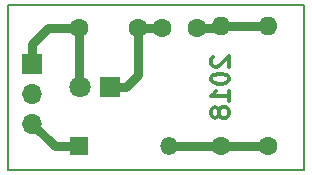
<source format=gbr>
%TF.GenerationSoftware,KiCad,Pcbnew,5.0.0-fee4fd1~66~ubuntu16.04.1*%
%TF.CreationDate,2018-09-04T19:38:39-03:00*%
%TF.ProjectId,tourk5,746F75726B352E6B696361645F706362,1*%
%TF.SameCoordinates,Original*%
%TF.FileFunction,Copper,L2,Bot,Signal*%
%TF.FilePolarity,Positive*%
%FSLAX46Y46*%
G04 Gerber Fmt 4.6, Leading zero omitted, Abs format (unit mm)*
G04 Created by KiCad (PCBNEW 5.0.0-fee4fd1~66~ubuntu16.04.1) date Tue Sep  4 19:38:39 2018*
%MOMM*%
%LPD*%
G01*
G04 APERTURE LIST*
%TA.AperFunction,NonConductor*%
%ADD10C,0.150000*%
%TD*%
%TA.AperFunction,NonConductor*%
%ADD11C,0.300000*%
%TD*%
%TA.AperFunction,ComponentPad*%
%ADD12C,1.600000*%
%TD*%
%TA.AperFunction,ComponentPad*%
%ADD13O,1.600000X1.600000*%
%TD*%
%TA.AperFunction,ComponentPad*%
%ADD14R,1.700000X1.700000*%
%TD*%
%TA.AperFunction,ComponentPad*%
%ADD15O,1.700000X1.700000*%
%TD*%
%TA.AperFunction,ComponentPad*%
%ADD16R,1.800000X1.800000*%
%TD*%
%TA.AperFunction,ComponentPad*%
%ADD17C,1.800000*%
%TD*%
%TA.AperFunction,ComponentPad*%
%ADD18O,1.500000X1.500000*%
%TD*%
%TA.AperFunction,ComponentPad*%
%ADD19R,1.500000X1.500000*%
%TD*%
%TA.AperFunction,ViaPad*%
%ADD20C,1.600000*%
%TD*%
%TA.AperFunction,Conductor*%
%ADD21C,0.800000*%
%TD*%
G04 APERTURE END LIST*
D10*
X152000000Y-110000000D02*
X152000000Y-96000000D01*
X148000000Y-96000000D02*
X152000000Y-96000000D01*
X152000000Y-110000000D02*
X148000000Y-110000000D01*
X148000000Y-96000000D02*
X127000000Y-96000000D01*
X127000000Y-110000000D02*
X148000000Y-110000000D01*
D11*
X144321428Y-100428571D02*
X144250000Y-100500000D01*
X144178571Y-100642857D01*
X144178571Y-101000000D01*
X144250000Y-101142857D01*
X144321428Y-101214285D01*
X144464285Y-101285714D01*
X144607142Y-101285714D01*
X144821428Y-101214285D01*
X145678571Y-100357142D01*
X145678571Y-101285714D01*
X144178571Y-102214285D02*
X144178571Y-102357142D01*
X144250000Y-102500000D01*
X144321428Y-102571428D01*
X144464285Y-102642857D01*
X144750000Y-102714285D01*
X145107142Y-102714285D01*
X145392857Y-102642857D01*
X145535714Y-102571428D01*
X145607142Y-102500000D01*
X145678571Y-102357142D01*
X145678571Y-102214285D01*
X145607142Y-102071428D01*
X145535714Y-102000000D01*
X145392857Y-101928571D01*
X145107142Y-101857142D01*
X144750000Y-101857142D01*
X144464285Y-101928571D01*
X144321428Y-102000000D01*
X144250000Y-102071428D01*
X144178571Y-102214285D01*
X145678571Y-104142857D02*
X145678571Y-103285714D01*
X145678571Y-103714285D02*
X144178571Y-103714285D01*
X144392857Y-103571428D01*
X144535714Y-103428571D01*
X144607142Y-103285714D01*
X144821428Y-105000000D02*
X144750000Y-104857142D01*
X144678571Y-104785714D01*
X144535714Y-104714285D01*
X144464285Y-104714285D01*
X144321428Y-104785714D01*
X144250000Y-104857142D01*
X144178571Y-105000000D01*
X144178571Y-105285714D01*
X144250000Y-105428571D01*
X144321428Y-105500000D01*
X144464285Y-105571428D01*
X144535714Y-105571428D01*
X144678571Y-105500000D01*
X144750000Y-105428571D01*
X144821428Y-105285714D01*
X144821428Y-105000000D01*
X144892857Y-104857142D01*
X144964285Y-104785714D01*
X145107142Y-104714285D01*
X145392857Y-104714285D01*
X145535714Y-104785714D01*
X145607142Y-104857142D01*
X145678571Y-105000000D01*
X145678571Y-105285714D01*
X145607142Y-105428571D01*
X145535714Y-105500000D01*
X145392857Y-105571428D01*
X145107142Y-105571428D01*
X144964285Y-105500000D01*
X144892857Y-105428571D01*
X144821428Y-105285714D01*
D10*
X127000000Y-96000000D02*
X127000000Y-96000000D01*
X127000000Y-96000000D02*
X127000000Y-110000000D01*
D12*
%TO.P,R2,1*%
%TO.N,Net-(D2-Pad2)*%
X149000000Y-108000000D03*
D13*
%TO.P,R2,2*%
%TO.N,Net-(C1-Pad1)*%
X149000000Y-97840000D03*
%TD*%
D14*
%TO.P,J1,1*%
%TO.N,Net-(C1-Pad2)*%
X129000000Y-101000000D03*
D15*
%TO.P,J1,2*%
%TO.N,Net-(J1-Pad2)*%
X129000000Y-103540000D03*
%TO.P,J1,3*%
%TO.N,Net-(D2-Pad1)*%
X129000000Y-106080000D03*
%TD*%
D12*
%TO.P,C1,1*%
%TO.N,Net-(C1-Pad1)*%
X138000000Y-98000000D03*
%TO.P,C1,2*%
%TO.N,Net-(C1-Pad2)*%
X133000000Y-98000000D03*
%TD*%
D13*
%TO.P,R1,2*%
%TO.N,Net-(C1-Pad1)*%
X145000000Y-97840000D03*
D12*
%TO.P,R1,1*%
%TO.N,Net-(D2-Pad2)*%
X145000000Y-108000000D03*
%TD*%
D16*
%TO.P,D1,1*%
%TO.N,Net-(C1-Pad1)*%
X135650000Y-103000000D03*
D17*
%TO.P,D1,2*%
%TO.N,Net-(C1-Pad2)*%
X133110000Y-103000000D03*
%TD*%
D18*
%TO.P,D2,2*%
%TO.N,Net-(D2-Pad2)*%
X140570000Y-108000000D03*
D19*
%TO.P,D2,1*%
%TO.N,Net-(D2-Pad1)*%
X132950000Y-108000000D03*
%TD*%
D20*
%TO.N,Net-(C1-Pad1)*%
X140000000Y-98000000D03*
X143000000Y-98000000D03*
%TD*%
D21*
%TO.N,Net-(C1-Pad1)*%
X135650000Y-103000000D02*
X137000000Y-103000000D01*
X138000000Y-102000000D02*
X138000000Y-98000000D01*
X137000000Y-103000000D02*
X138000000Y-102000000D01*
X138000000Y-98000000D02*
X140000000Y-98000000D01*
X144840000Y-98000000D02*
X145000000Y-97840000D01*
X143000000Y-98000000D02*
X144840000Y-98000000D01*
X149000000Y-97840000D02*
X145000000Y-97840000D01*
%TO.N,Net-(C1-Pad2)*%
X129000000Y-99350000D02*
X130350000Y-98000000D01*
X129000000Y-101000000D02*
X129000000Y-99350000D01*
X130350000Y-98000000D02*
X133000000Y-98000000D01*
X133000000Y-102890000D02*
X133110000Y-103000000D01*
X133000000Y-98000000D02*
X133000000Y-102890000D01*
%TO.N,Net-(D2-Pad1)*%
X130920000Y-108000000D02*
X129000000Y-106080000D01*
X132950000Y-108000000D02*
X130920000Y-108000000D01*
%TO.N,Net-(D2-Pad2)*%
X140570000Y-108000000D02*
X145000000Y-108000000D01*
X149000000Y-108000000D02*
X145000000Y-108000000D01*
%TD*%
M02*

</source>
